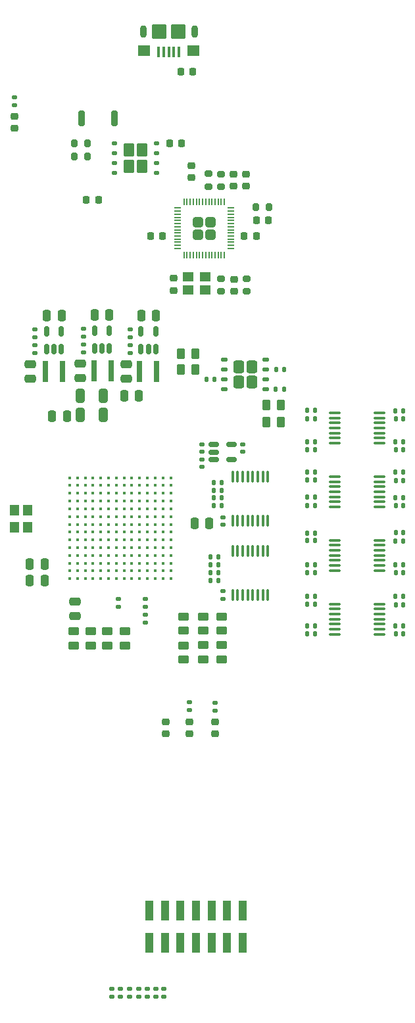
<source format=gbr>
%TF.GenerationSoftware,KiCad,Pcbnew,8.0.5-8.0.5-0~ubuntu22.04.1*%
%TF.CreationDate,2024-09-18T21:07:54+02:00*%
%TF.ProjectId,ohsim_launchpad,6f687369-6d5f-46c6-9175-6e6368706164,rev?*%
%TF.SameCoordinates,Original*%
%TF.FileFunction,Paste,Top*%
%TF.FilePolarity,Positive*%
%FSLAX46Y46*%
G04 Gerber Fmt 4.6, Leading zero omitted, Abs format (unit mm)*
G04 Created by KiCad (PCBNEW 8.0.5-8.0.5-0~ubuntu22.04.1) date 2024-09-18 21:07:54*
%MOMM*%
%LPD*%
G01*
G04 APERTURE LIST*
G04 Aperture macros list*
%AMRoundRect*
0 Rectangle with rounded corners*
0 $1 Rounding radius*
0 $2 $3 $4 $5 $6 $7 $8 $9 X,Y pos of 4 corners*
0 Add a 4 corners polygon primitive as box body*
4,1,4,$2,$3,$4,$5,$6,$7,$8,$9,$2,$3,0*
0 Add four circle primitives for the rounded corners*
1,1,$1+$1,$2,$3*
1,1,$1+$1,$4,$5*
1,1,$1+$1,$6,$7*
1,1,$1+$1,$8,$9*
0 Add four rect primitives between the rounded corners*
20,1,$1+$1,$2,$3,$4,$5,0*
20,1,$1+$1,$4,$5,$6,$7,0*
20,1,$1+$1,$6,$7,$8,$9,0*
20,1,$1+$1,$8,$9,$2,$3,0*%
G04 Aperture macros list end*
%ADD10RoundRect,0.135000X0.185000X-0.135000X0.185000X0.135000X-0.185000X0.135000X-0.185000X-0.135000X0*%
%ADD11RoundRect,0.218750X0.256250X-0.218750X0.256250X0.218750X-0.256250X0.218750X-0.256250X-0.218750X0*%
%ADD12RoundRect,0.150000X0.150000X-0.512500X0.150000X0.512500X-0.150000X0.512500X-0.150000X-0.512500X0*%
%ADD13RoundRect,0.135000X0.135000X0.185000X-0.135000X0.185000X-0.135000X-0.185000X0.135000X-0.185000X0*%
%ADD14RoundRect,0.135000X-0.185000X0.135000X-0.185000X-0.135000X0.185000X-0.135000X0.185000X0.135000X0*%
%ADD15RoundRect,0.250000X-0.475000X0.250000X-0.475000X-0.250000X0.475000X-0.250000X0.475000X0.250000X0*%
%ADD16RoundRect,0.135000X-0.135000X-0.185000X0.135000X-0.185000X0.135000X0.185000X-0.135000X0.185000X0*%
%ADD17RoundRect,0.250000X-0.325000X-0.650000X0.325000X-0.650000X0.325000X0.650000X-0.325000X0.650000X0*%
%ADD18RoundRect,0.225000X-0.225000X-0.250000X0.225000X-0.250000X0.225000X0.250000X-0.225000X0.250000X0*%
%ADD19RoundRect,0.100000X0.100000X-0.637500X0.100000X0.637500X-0.100000X0.637500X-0.100000X-0.637500X0*%
%ADD20RoundRect,0.140000X0.140000X0.170000X-0.140000X0.170000X-0.140000X-0.170000X0.140000X-0.170000X0*%
%ADD21RoundRect,0.200000X-0.275000X0.200000X-0.275000X-0.200000X0.275000X-0.200000X0.275000X0.200000X0*%
%ADD22RoundRect,0.200000X0.200000X0.275000X-0.200000X0.275000X-0.200000X-0.275000X0.200000X-0.275000X0*%
%ADD23RoundRect,0.100000X-0.637500X-0.100000X0.637500X-0.100000X0.637500X0.100000X-0.637500X0.100000X0*%
%ADD24R,1.400000X1.200000*%
%ADD25RoundRect,0.140000X-0.170000X0.140000X-0.170000X-0.140000X0.170000X-0.140000X0.170000X0.140000X0*%
%ADD26RoundRect,0.225000X-0.250000X0.225000X-0.250000X-0.225000X0.250000X-0.225000X0.250000X0.225000X0*%
%ADD27RoundRect,0.250000X-0.450000X0.262500X-0.450000X-0.262500X0.450000X-0.262500X0.450000X0.262500X0*%
%ADD28R,0.800000X2.700000*%
%ADD29RoundRect,0.140000X-0.140000X-0.170000X0.140000X-0.170000X0.140000X0.170000X-0.140000X0.170000X0*%
%ADD30RoundRect,0.200000X0.200000X0.800000X-0.200000X0.800000X-0.200000X-0.800000X0.200000X-0.800000X0*%
%ADD31RoundRect,0.250000X0.475000X-0.250000X0.475000X0.250000X-0.475000X0.250000X-0.475000X-0.250000X0*%
%ADD32RoundRect,0.225000X0.225000X0.250000X-0.225000X0.250000X-0.225000X-0.250000X0.225000X-0.250000X0*%
%ADD33C,0.400000*%
%ADD34R,1.000000X2.580000*%
%ADD35RoundRect,0.225000X0.250000X-0.225000X0.250000X0.225000X-0.250000X0.225000X-0.250000X-0.225000X0*%
%ADD36RoundRect,0.250000X-0.262500X-0.450000X0.262500X-0.450000X0.262500X0.450000X-0.262500X0.450000X0*%
%ADD37R,1.200000X1.400000*%
%ADD38RoundRect,0.250000X0.435000X0.555000X-0.435000X0.555000X-0.435000X-0.555000X0.435000X-0.555000X0*%
%ADD39RoundRect,0.125000X0.262500X0.125000X-0.262500X0.125000X-0.262500X-0.125000X0.262500X-0.125000X0*%
%ADD40RoundRect,0.250000X-0.250000X-0.475000X0.250000X-0.475000X0.250000X0.475000X-0.250000X0.475000X0*%
%ADD41RoundRect,0.150000X-0.512500X-0.150000X0.512500X-0.150000X0.512500X0.150000X-0.512500X0.150000X0*%
%ADD42RoundRect,0.250000X-0.435000X-0.615000X0.435000X-0.615000X0.435000X0.615000X-0.435000X0.615000X0*%
%ADD43RoundRect,0.125000X-0.250000X-0.125000X0.250000X-0.125000X0.250000X0.125000X-0.250000X0.125000X0*%
%ADD44RoundRect,0.250000X0.250000X0.475000X-0.250000X0.475000X-0.250000X-0.475000X0.250000X-0.475000X0*%
%ADD45RoundRect,0.200000X0.275000X-0.200000X0.275000X0.200000X-0.275000X0.200000X-0.275000X-0.200000X0*%
%ADD46RoundRect,0.100000X0.100000X0.575000X-0.100000X0.575000X-0.100000X-0.575000X0.100000X-0.575000X0*%
%ADD47O,0.900000X1.600000*%
%ADD48RoundRect,0.250000X0.550000X0.450000X-0.550000X0.450000X-0.550000X-0.450000X0.550000X-0.450000X0*%
%ADD49RoundRect,0.250000X0.700000X0.700000X-0.700000X0.700000X-0.700000X-0.700000X0.700000X-0.700000X0*%
%ADD50RoundRect,0.218750X0.218750X0.256250X-0.218750X0.256250X-0.218750X-0.256250X0.218750X-0.256250X0*%
%ADD51RoundRect,0.249999X-0.395001X-0.395001X0.395001X-0.395001X0.395001X0.395001X-0.395001X0.395001X0*%
%ADD52RoundRect,0.050000X-0.387500X-0.050000X0.387500X-0.050000X0.387500X0.050000X-0.387500X0.050000X0*%
%ADD53RoundRect,0.050000X-0.050000X-0.387500X0.050000X-0.387500X0.050000X0.387500X-0.050000X0.387500X0*%
G04 APERTURE END LIST*
D10*
%TO.C,R67*%
X204000000Y-149010000D03*
X204000000Y-147990000D03*
%TD*%
%TO.C,R66*%
X200700000Y-148910000D03*
X200700000Y-147890000D03*
%TD*%
D11*
%TO.C,D5*%
X204000000Y-151987500D03*
X204000000Y-150412500D03*
%TD*%
%TO.C,D4*%
X200700000Y-151987500D03*
X200700000Y-150412500D03*
%TD*%
D12*
%TO.C,U7*%
X182250000Y-102400000D03*
X183200000Y-102400000D03*
X184150000Y-102400000D03*
X184150000Y-100125000D03*
X182250000Y-100125000D03*
%TD*%
D13*
%TO.C,R42*%
X216820000Y-111390000D03*
X215800000Y-111390000D03*
%TD*%
D14*
%TO.C,R7*%
X178150000Y-70000000D03*
X178150000Y-71020000D03*
%TD*%
D15*
%TO.C,C16*%
X185950000Y-134950000D03*
X185950000Y-136850000D03*
%TD*%
D16*
%TO.C,R37*%
X227190000Y-118290000D03*
X228210000Y-118290000D03*
%TD*%
D13*
%TO.C,R59*%
X204800000Y-121600000D03*
X203780000Y-121600000D03*
%TD*%
D17*
%TO.C,C9*%
X186625000Y-108460000D03*
X189575000Y-108460000D03*
%TD*%
D16*
%TO.C,R50*%
X227190000Y-134280000D03*
X228210000Y-134280000D03*
%TD*%
D13*
%TO.C,R5*%
X212820000Y-105100000D03*
X211800000Y-105100000D03*
%TD*%
D18*
%TO.C,C51*%
X187400000Y-83200000D03*
X188950000Y-83200000D03*
%TD*%
D10*
%TO.C,R10*%
X193000000Y-102910000D03*
X193000000Y-101890000D03*
%TD*%
D19*
%TO.C,U13*%
X206214552Y-134125000D03*
X206864552Y-134125000D03*
X207514552Y-134125000D03*
X208164552Y-134125000D03*
X208814552Y-134125000D03*
X209464552Y-134125000D03*
X210114552Y-134125000D03*
X210764552Y-134125000D03*
X210764552Y-128400000D03*
X210114552Y-128400000D03*
X209464552Y-128400000D03*
X208814552Y-128400000D03*
X208164552Y-128400000D03*
X207514552Y-128400000D03*
X206864552Y-128400000D03*
X206214552Y-128400000D03*
%TD*%
D11*
%TO.C,D2*%
X178150000Y-74010000D03*
X178150000Y-72435000D03*
%TD*%
D20*
%TO.C,C57*%
X228180000Y-139110000D03*
X227220000Y-139110000D03*
%TD*%
D21*
%TO.C,R18*%
X208000000Y-93375000D03*
X208000000Y-95025000D03*
%TD*%
D22*
%TO.C,R15*%
X187525000Y-77600000D03*
X185875000Y-77600000D03*
%TD*%
D16*
%TO.C,R44*%
X227190000Y-130210000D03*
X228210000Y-130210000D03*
%TD*%
D23*
%TO.C,U14*%
X219402052Y-135250000D03*
X219402052Y-135900000D03*
X219402052Y-136550000D03*
X219402052Y-137200000D03*
X219402052Y-137850000D03*
X219402052Y-138500000D03*
X219402052Y-139150000D03*
X225127052Y-139150000D03*
X225127052Y-138500000D03*
X225127052Y-137850000D03*
X225127052Y-137200000D03*
X225127052Y-136550000D03*
X225127052Y-135900000D03*
X225127052Y-135250000D03*
%TD*%
D24*
%TO.C,Y1*%
X202700000Y-93100000D03*
X200500000Y-93100000D03*
X200500000Y-94800000D03*
X202700000Y-94800000D03*
%TD*%
D25*
%TO.C,C1*%
X204964552Y-133620000D03*
X204964552Y-134580000D03*
%TD*%
D26*
%TO.C,C50*%
X206300000Y-79925000D03*
X206300000Y-81475000D03*
%TD*%
D27*
%TO.C,R33*%
X202400000Y-140575000D03*
X202400000Y-142400000D03*
%TD*%
D28*
%TO.C,L3*%
X190550000Y-105210000D03*
X188350000Y-105210000D03*
%TD*%
D13*
%TO.C,R58*%
X204810000Y-119600000D03*
X203790000Y-119600000D03*
%TD*%
D14*
%TO.C,R3*%
X191550000Y-134640000D03*
X191550000Y-135660000D03*
%TD*%
D29*
%TO.C,C28*%
X215830000Y-114355000D03*
X216790000Y-114355000D03*
%TD*%
D27*
%TO.C,R34*%
X199900000Y-140587500D03*
X199900000Y-142412500D03*
%TD*%
D30*
%TO.C,SW1*%
X191000000Y-72700000D03*
X186800000Y-72700000D03*
%TD*%
D22*
%TO.C,R20*%
X210875000Y-84150000D03*
X209225000Y-84150000D03*
%TD*%
D31*
%TO.C,C6*%
X192500000Y-106250000D03*
X192500000Y-104350000D03*
%TD*%
D29*
%TO.C,C18*%
X215830000Y-121520000D03*
X216790000Y-121520000D03*
%TD*%
D32*
%TO.C,C53*%
X209275000Y-87900000D03*
X207725000Y-87900000D03*
%TD*%
D25*
%TO.C,C55*%
X204964552Y-124120000D03*
X204964552Y-125080000D03*
%TD*%
D33*
%TO.C,U1*%
X185250000Y-119000000D03*
X186250000Y-119000000D03*
X187250000Y-119000000D03*
X188250000Y-119000000D03*
X189250000Y-119000000D03*
X190250000Y-119000000D03*
X191250000Y-119000000D03*
X192250000Y-119000000D03*
X193250000Y-119000000D03*
X194250000Y-119000000D03*
X195250000Y-119000000D03*
X196250000Y-119000000D03*
X197250000Y-119000000D03*
X198250000Y-119000000D03*
X185250000Y-120000000D03*
X186250000Y-120000000D03*
X187250000Y-120000000D03*
X188250000Y-120000000D03*
X189250000Y-120000000D03*
X190250000Y-120000000D03*
X191250000Y-120000000D03*
X192250000Y-120000000D03*
X193250000Y-120000000D03*
X194250000Y-120000000D03*
X195250000Y-120000000D03*
X196250000Y-120000000D03*
X197250000Y-120000000D03*
X198250000Y-120000000D03*
X185250000Y-121000000D03*
X186250000Y-121000000D03*
X187250000Y-121000000D03*
X188250000Y-121000000D03*
X189250000Y-121000000D03*
X190250000Y-121000000D03*
X191250000Y-121000000D03*
X192250000Y-121000000D03*
X193250000Y-121000000D03*
X194250000Y-121000000D03*
X195250000Y-121000000D03*
X196250000Y-121000000D03*
X197250000Y-121000000D03*
X198250000Y-121000000D03*
X185250000Y-122000000D03*
X186250000Y-122000000D03*
X187250000Y-122000000D03*
X188250000Y-122000000D03*
X189250000Y-122000000D03*
X190250000Y-122000000D03*
X191250000Y-122000000D03*
X192250000Y-122000000D03*
X193250000Y-122000000D03*
X194250000Y-122000000D03*
X195250000Y-122000000D03*
X196250000Y-122000000D03*
X197250000Y-122000000D03*
X198250000Y-122000000D03*
X185250000Y-123000000D03*
X186250000Y-123000000D03*
X187250000Y-123000000D03*
X188250000Y-123000000D03*
X189250000Y-123000000D03*
X190250000Y-123000000D03*
X191250000Y-123000000D03*
X192250000Y-123000000D03*
X193250000Y-123000000D03*
X194250000Y-123000000D03*
X195250000Y-123000000D03*
X196250000Y-123000000D03*
X197250000Y-123000000D03*
X198250000Y-123000000D03*
X185250000Y-124000000D03*
X186250000Y-124000000D03*
X187250000Y-124000000D03*
X188250000Y-124000000D03*
X189250000Y-124000000D03*
X190250000Y-124000000D03*
X191250000Y-124000000D03*
X192250000Y-124000000D03*
X193250000Y-124000000D03*
X194250000Y-124000000D03*
X195250000Y-124000000D03*
X196250000Y-124000000D03*
X197250000Y-124000000D03*
X198250000Y-124000000D03*
X185250000Y-125000000D03*
X186250000Y-125000000D03*
X187250000Y-125000000D03*
X188250000Y-125000000D03*
X189250000Y-125000000D03*
X190250000Y-125000000D03*
X191250000Y-125000000D03*
X192250000Y-125000000D03*
X193250000Y-125000000D03*
X194250000Y-125000000D03*
X195250000Y-125000000D03*
X196250000Y-125000000D03*
X197250000Y-125000000D03*
X198250000Y-125000000D03*
X185250000Y-126000000D03*
X186250000Y-126000000D03*
X187250000Y-126000000D03*
X188250000Y-126000000D03*
X189250000Y-126000000D03*
X190250000Y-126000000D03*
X191250000Y-126000000D03*
X192250000Y-126000000D03*
X193250000Y-126000000D03*
X194250000Y-126000000D03*
X195250000Y-126000000D03*
X196250000Y-126000000D03*
X197250000Y-126000000D03*
X198250000Y-126000000D03*
X185250000Y-127000000D03*
X186250000Y-127000000D03*
X187250000Y-127000000D03*
X188250000Y-127000000D03*
X189250000Y-127000000D03*
X190250000Y-127000000D03*
X191250000Y-127000000D03*
X192250000Y-127000000D03*
X193250000Y-127000000D03*
X194250000Y-127000000D03*
X195250000Y-127000000D03*
X196250000Y-127000000D03*
X197250000Y-127000000D03*
X198250000Y-127000000D03*
X185250000Y-128000000D03*
X186250000Y-128000000D03*
X187250000Y-128000000D03*
X188250000Y-128000000D03*
X189250000Y-128000000D03*
X190250000Y-128000000D03*
X191250000Y-128000000D03*
X192250000Y-128000000D03*
X193250000Y-128000000D03*
X194250000Y-128000000D03*
X195250000Y-128000000D03*
X196250000Y-128000000D03*
X197250000Y-128000000D03*
X198250000Y-128000000D03*
X185250000Y-129000000D03*
X186250000Y-129000000D03*
X187250000Y-129000000D03*
X188250000Y-129000000D03*
X189250000Y-129000000D03*
X190250000Y-129000000D03*
X191250000Y-129000000D03*
X192250000Y-129000000D03*
X193250000Y-129000000D03*
X194250000Y-129000000D03*
X195250000Y-129000000D03*
X196250000Y-129000000D03*
X197250000Y-129000000D03*
X198250000Y-129000000D03*
X185250000Y-130000000D03*
X186250000Y-130000000D03*
X187250000Y-130000000D03*
X188250000Y-130000000D03*
X189250000Y-130000000D03*
X190250000Y-130000000D03*
X191250000Y-130000000D03*
X192250000Y-130000000D03*
X193250000Y-130000000D03*
X194250000Y-130000000D03*
X195250000Y-130000000D03*
X196250000Y-130000000D03*
X197250000Y-130000000D03*
X198250000Y-130000000D03*
X185250000Y-131000000D03*
X186250000Y-131000000D03*
X187250000Y-131000000D03*
X188250000Y-131000000D03*
X189250000Y-131000000D03*
X190250000Y-131000000D03*
X191250000Y-131000000D03*
X192250000Y-131000000D03*
X193250000Y-131000000D03*
X194250000Y-131000000D03*
X195250000Y-131000000D03*
X196250000Y-131000000D03*
X197250000Y-131000000D03*
X198250000Y-131000000D03*
X185250000Y-132000000D03*
X186250000Y-132000000D03*
X187250000Y-132000000D03*
X188250000Y-132000000D03*
X189250000Y-132000000D03*
X190250000Y-132000000D03*
X191250000Y-132000000D03*
X192250000Y-132000000D03*
X193250000Y-132000000D03*
X194250000Y-132000000D03*
X195250000Y-132000000D03*
X196250000Y-132000000D03*
X197250000Y-132000000D03*
X198250000Y-132000000D03*
%TD*%
D26*
%TO.C,C49*%
X200900000Y-78825000D03*
X200900000Y-80375000D03*
%TD*%
D13*
%TO.C,R60*%
X204810000Y-122600000D03*
X203790000Y-122600000D03*
%TD*%
D27*
%TO.C,R24*%
X192400000Y-138787500D03*
X192400000Y-140612500D03*
%TD*%
D34*
%TO.C,J6*%
X195500000Y-178885000D03*
X195500000Y-174715000D03*
X197500000Y-178885000D03*
X197500000Y-174715000D03*
X199500000Y-178885000D03*
X199500000Y-174715000D03*
X201500000Y-178885000D03*
X201500000Y-174715000D03*
X203500000Y-178885000D03*
X203500000Y-174715000D03*
X205500000Y-178885000D03*
X205500000Y-174715000D03*
X207500000Y-178885000D03*
X207500000Y-174715000D03*
%TD*%
D19*
%TO.C,U5*%
X206214552Y-124562500D03*
X206864552Y-124562500D03*
X207514552Y-124562500D03*
X208164552Y-124562500D03*
X208814552Y-124562500D03*
X209464552Y-124562500D03*
X210114552Y-124562500D03*
X210764552Y-124562500D03*
X210764552Y-118837500D03*
X210114552Y-118837500D03*
X209464552Y-118837500D03*
X208814552Y-118837500D03*
X208164552Y-118837500D03*
X207514552Y-118837500D03*
X206864552Y-118837500D03*
X206214552Y-118837500D03*
%TD*%
D25*
%TO.C,C61*%
X202300000Y-114720000D03*
X202300000Y-115680000D03*
%TD*%
D35*
%TO.C,C46*%
X198600000Y-94875000D03*
X198600000Y-93325000D03*
%TD*%
D16*
%TO.C,R43*%
X227190000Y-127170000D03*
X228210000Y-127170000D03*
%TD*%
D13*
%TO.C,R41*%
X216820000Y-115425000D03*
X215800000Y-115425000D03*
%TD*%
D10*
%TO.C,R9*%
X180800000Y-100910000D03*
X180800000Y-99890000D03*
%TD*%
D27*
%TO.C,R30*%
X202400000Y-136875000D03*
X202400000Y-138700000D03*
%TD*%
D14*
%TO.C,R1*%
X194950000Y-136640000D03*
X194950000Y-137660000D03*
%TD*%
D22*
%TO.C,R14*%
X187525000Y-75900000D03*
X185875000Y-75900000D03*
%TD*%
D13*
%TO.C,R6*%
X212810000Y-107600000D03*
X211790000Y-107600000D03*
%TD*%
D27*
%TO.C,R31*%
X199900000Y-136875000D03*
X199900000Y-138700000D03*
%TD*%
D14*
%TO.C,R55*%
X195200000Y-184780000D03*
X195200000Y-185800000D03*
%TD*%
D25*
%TO.C,C60*%
X207500000Y-114720000D03*
X207500000Y-115680000D03*
%TD*%
D14*
%TO.C,R57*%
X197400000Y-184780000D03*
X197400000Y-185800000D03*
%TD*%
D18*
%TO.C,C52*%
X195625000Y-87900000D03*
X197175000Y-87900000D03*
%TD*%
D36*
%TO.C,R22*%
X199575000Y-105100000D03*
X201400000Y-105100000D03*
%TD*%
D10*
%TO.C,R12*%
X187050000Y-102820000D03*
X187050000Y-101800000D03*
%TD*%
D37*
%TO.C,X1*%
X178150000Y-123150000D03*
X178150000Y-125350000D03*
X179850000Y-125350000D03*
X179850000Y-123150000D03*
%TD*%
D29*
%TO.C,C33*%
X215830000Y-130200000D03*
X216790000Y-130200000D03*
%TD*%
D38*
%TO.C,U2*%
X208700000Y-106700000D03*
X208700000Y-104700000D03*
X207000000Y-106700000D03*
X207000000Y-104700000D03*
D39*
X210512500Y-107605000D03*
X210512500Y-106335000D03*
X210512500Y-105065000D03*
X210512500Y-103795000D03*
X205187500Y-103795000D03*
X205187500Y-105065000D03*
X205187500Y-106335000D03*
X205187500Y-107605000D03*
%TD*%
D16*
%TO.C,R40*%
X227190000Y-110360000D03*
X228210000Y-110360000D03*
%TD*%
D14*
%TO.C,R52*%
X191800000Y-184790000D03*
X191800000Y-185810000D03*
%TD*%
%TO.C,R54*%
X194100000Y-184780000D03*
X194100000Y-185800000D03*
%TD*%
D40*
%TO.C,C12*%
X201300000Y-124850000D03*
X203200000Y-124850000D03*
%TD*%
D20*
%TO.C,C58*%
X228180000Y-135330000D03*
X227220000Y-135330000D03*
%TD*%
D27*
%TO.C,R26*%
X187940000Y-138787500D03*
X187940000Y-140612500D03*
%TD*%
D41*
%TO.C,U16*%
X203762500Y-114750000D03*
X203762500Y-115700000D03*
X203762500Y-116650000D03*
X206037500Y-116650000D03*
X206037500Y-114750000D03*
%TD*%
D21*
%TO.C,R16*%
X203100000Y-79850000D03*
X203100000Y-81500000D03*
%TD*%
D28*
%TO.C,L1*%
X184300000Y-105300000D03*
X182100000Y-105300000D03*
%TD*%
D14*
%TO.C,R56*%
X196300000Y-184780000D03*
X196300000Y-185800000D03*
%TD*%
D23*
%TO.C,U12*%
X219402052Y-127050000D03*
X219402052Y-127700000D03*
X219402052Y-128350000D03*
X219402052Y-129000000D03*
X219402052Y-129650000D03*
X219402052Y-130300000D03*
X219402052Y-130950000D03*
X225127052Y-130950000D03*
X225127052Y-130300000D03*
X225127052Y-129650000D03*
X225127052Y-129000000D03*
X225127052Y-128350000D03*
X225127052Y-127700000D03*
X225127052Y-127050000D03*
%TD*%
D29*
%TO.C,C29*%
X215830000Y-110340000D03*
X216790000Y-110340000D03*
%TD*%
D42*
%TO.C,U10*%
X192900000Y-76750000D03*
X192900000Y-78900000D03*
X194600000Y-76750000D03*
X194600000Y-78900000D03*
D43*
X191050000Y-75920000D03*
X191050000Y-77190000D03*
X191050000Y-78460000D03*
X191050000Y-79730000D03*
X196450000Y-79730000D03*
X196450000Y-78460000D03*
X196450000Y-77190000D03*
X196450000Y-75920000D03*
%TD*%
D26*
%TO.C,C54*%
X207900000Y-79925000D03*
X207900000Y-81475000D03*
%TD*%
D44*
%TO.C,C2*%
X184200000Y-98100000D03*
X182300000Y-98100000D03*
%TD*%
D20*
%TO.C,C25*%
X228180000Y-115400000D03*
X227220000Y-115400000D03*
%TD*%
D44*
%TO.C,C26*%
X184900000Y-111100000D03*
X183000000Y-111100000D03*
%TD*%
D18*
%TO.C,C48*%
X198125000Y-75900000D03*
X199675000Y-75900000D03*
%TD*%
D12*
%TO.C,U9*%
X188450000Y-102310000D03*
X189400000Y-102310000D03*
X190350000Y-102310000D03*
X190350000Y-100035000D03*
X188450000Y-100035000D03*
%TD*%
D44*
%TO.C,C10*%
X182000000Y-130100000D03*
X180100000Y-130100000D03*
%TD*%
D16*
%TO.C,R38*%
X227190000Y-121565000D03*
X228210000Y-121565000D03*
%TD*%
D14*
%TO.C,R51*%
X190700000Y-184790000D03*
X190700000Y-185810000D03*
%TD*%
D13*
%TO.C,R47*%
X216820000Y-135300000D03*
X215800000Y-135300000D03*
%TD*%
D23*
%TO.C,U6*%
X219402052Y-118850000D03*
X219402052Y-119500000D03*
X219402052Y-120150000D03*
X219402052Y-120800000D03*
X219402052Y-121450000D03*
X219402052Y-122100000D03*
X219402052Y-122750000D03*
X225127052Y-122750000D03*
X225127052Y-122100000D03*
X225127052Y-121450000D03*
X225127052Y-120800000D03*
X225127052Y-120150000D03*
X225127052Y-119500000D03*
X225127052Y-118850000D03*
%TD*%
D29*
%TO.C,C40*%
X215830000Y-134290000D03*
X216790000Y-134290000D03*
%TD*%
D40*
%TO.C,C14*%
X192250000Y-108450000D03*
X194150000Y-108450000D03*
%TD*%
D45*
%TO.C,R19*%
X204750000Y-95025000D03*
X204750000Y-93375000D03*
%TD*%
D13*
%TO.C,R61*%
X204810000Y-120600000D03*
X203790000Y-120600000D03*
%TD*%
D20*
%TO.C,C32*%
X228180000Y-131210000D03*
X227220000Y-131210000D03*
%TD*%
D10*
%TO.C,R8*%
X180800000Y-102910000D03*
X180800000Y-101890000D03*
%TD*%
D44*
%TO.C,C3*%
X196350000Y-98100000D03*
X194450000Y-98100000D03*
%TD*%
D36*
%TO.C,R28*%
X210587500Y-111800000D03*
X212412500Y-111800000D03*
%TD*%
D14*
%TO.C,R53*%
X192950000Y-184790000D03*
X192950000Y-185810000D03*
%TD*%
D36*
%TO.C,R27*%
X199575000Y-103000000D03*
X201400000Y-103000000D03*
%TD*%
D13*
%TO.C,R62*%
X204410000Y-129200000D03*
X203390000Y-129200000D03*
%TD*%
D27*
%TO.C,R25*%
X185800000Y-138787500D03*
X185800000Y-140612500D03*
%TD*%
D44*
%TO.C,C4*%
X190350000Y-98010000D03*
X188450000Y-98010000D03*
%TD*%
D12*
%TO.C,U8*%
X194425000Y-102400000D03*
X195375000Y-102400000D03*
X196325000Y-102400000D03*
X196325000Y-100125000D03*
X194425000Y-100125000D03*
%TD*%
D46*
%TO.C,J1*%
X199300000Y-64200000D03*
X198650000Y-64200000D03*
X198000000Y-64200000D03*
X197350000Y-64200000D03*
X196700000Y-64200000D03*
D47*
X201300000Y-61525000D03*
D48*
X201200000Y-63975000D03*
D49*
X199200000Y-61525000D03*
X196800000Y-61525000D03*
D48*
X194800000Y-63975000D03*
D47*
X194700000Y-61525000D03*
%TD*%
D13*
%TO.C,R64*%
X204410000Y-132200000D03*
X203390000Y-132200000D03*
%TD*%
D20*
%TO.C,C23*%
X228180000Y-119340000D03*
X227220000Y-119340000D03*
%TD*%
%TO.C,C30*%
X228180000Y-126050000D03*
X227220000Y-126050000D03*
%TD*%
D13*
%TO.C,R63*%
X204420000Y-131200000D03*
X203400000Y-131200000D03*
%TD*%
D27*
%TO.C,R23*%
X190100000Y-138787500D03*
X190100000Y-140612500D03*
%TD*%
D13*
%TO.C,R48*%
X216820000Y-139095000D03*
X215800000Y-139095000D03*
%TD*%
D32*
%TO.C,C45*%
X201075000Y-66700000D03*
X199525000Y-66700000D03*
%TD*%
D10*
%TO.C,R13*%
X187050000Y-100820000D03*
X187050000Y-99800000D03*
%TD*%
D13*
%TO.C,R45*%
X216820000Y-131200000D03*
X215800000Y-131200000D03*
%TD*%
D10*
%TO.C,R2*%
X194950000Y-135660000D03*
X194950000Y-134640000D03*
%TD*%
D26*
%TO.C,C47*%
X206400000Y-93425000D03*
X206400000Y-94975000D03*
%TD*%
D16*
%TO.C,R4*%
X202890000Y-106300000D03*
X203910000Y-106300000D03*
%TD*%
D44*
%TO.C,C20*%
X182000000Y-132200000D03*
X180100000Y-132200000D03*
%TD*%
D27*
%TO.C,R29*%
X204800000Y-136862500D03*
X204800000Y-138687500D03*
%TD*%
D17*
%TO.C,C15*%
X186625000Y-110910000D03*
X189575000Y-110910000D03*
%TD*%
D13*
%TO.C,R36*%
X216820000Y-122590000D03*
X215800000Y-122590000D03*
%TD*%
D21*
%TO.C,R17*%
X204700000Y-79875000D03*
X204700000Y-81525000D03*
%TD*%
D29*
%TO.C,C37*%
X215830000Y-126100000D03*
X216790000Y-126100000D03*
%TD*%
D10*
%TO.C,R11*%
X193000000Y-100910000D03*
X193000000Y-99890000D03*
%TD*%
D16*
%TO.C,R49*%
X227190000Y-138110000D03*
X228210000Y-138110000D03*
%TD*%
D27*
%TO.C,R32*%
X204800000Y-140575000D03*
X204800000Y-142400000D03*
%TD*%
D31*
%TO.C,C7*%
X186600000Y-106160000D03*
X186600000Y-104260000D03*
%TD*%
D25*
%TO.C,C59*%
X202300000Y-116620000D03*
X202300000Y-117580000D03*
%TD*%
D23*
%TO.C,U4*%
X219402052Y-110650000D03*
X219402052Y-111300000D03*
X219402052Y-111950000D03*
X219402052Y-112600000D03*
X219402052Y-113250000D03*
X219402052Y-113900000D03*
X219402052Y-114550000D03*
X225127052Y-114550000D03*
X225127052Y-113900000D03*
X225127052Y-113250000D03*
X225127052Y-112600000D03*
X225127052Y-111950000D03*
X225127052Y-111300000D03*
X225127052Y-110650000D03*
%TD*%
D20*
%TO.C,C24*%
X228180000Y-122565000D03*
X227220000Y-122565000D03*
%TD*%
D50*
%TO.C,D3*%
X210837500Y-85850000D03*
X209262500Y-85850000D03*
%TD*%
D11*
%TO.C,D1*%
X197600000Y-150412500D03*
X197600000Y-151987500D03*
%TD*%
D51*
%TO.C,U11*%
X201760000Y-86070000D03*
X201760000Y-87670000D03*
X203360000Y-86070000D03*
X203360000Y-87670000D03*
D52*
X199122500Y-84270000D03*
X199122500Y-84670000D03*
X199122500Y-85070000D03*
X199122500Y-85470000D03*
X199122500Y-85870000D03*
X199122500Y-86270000D03*
X199122500Y-86670000D03*
X199122500Y-87070000D03*
X199122500Y-87470000D03*
X199122500Y-87870000D03*
X199122500Y-88270000D03*
X199122500Y-88670000D03*
X199122500Y-89070000D03*
X199122500Y-89470000D03*
D53*
X199960000Y-90307500D03*
X200360000Y-90307500D03*
X200760000Y-90307500D03*
X201160000Y-90307500D03*
X201560000Y-90307500D03*
X201960000Y-90307500D03*
X202360000Y-90307500D03*
X202760000Y-90307500D03*
X203160000Y-90307500D03*
X203560000Y-90307500D03*
X203960000Y-90307500D03*
X204360000Y-90307500D03*
X204760000Y-90307500D03*
X205160000Y-90307500D03*
D52*
X205997500Y-89470000D03*
X205997500Y-89070000D03*
X205997500Y-88670000D03*
X205997500Y-88270000D03*
X205997500Y-87870000D03*
X205997500Y-87470000D03*
X205997500Y-87070000D03*
X205997500Y-86670000D03*
X205997500Y-86270000D03*
X205997500Y-85870000D03*
X205997500Y-85470000D03*
X205997500Y-85070000D03*
X205997500Y-84670000D03*
X205997500Y-84270000D03*
D53*
X205160000Y-83432500D03*
X204760000Y-83432500D03*
X204360000Y-83432500D03*
X203960000Y-83432500D03*
X203560000Y-83432500D03*
X203160000Y-83432500D03*
X202760000Y-83432500D03*
X202360000Y-83432500D03*
X201960000Y-83432500D03*
X201560000Y-83432500D03*
X201160000Y-83432500D03*
X200760000Y-83432500D03*
X200360000Y-83432500D03*
X199960000Y-83432500D03*
%TD*%
D20*
%TO.C,C27*%
X228180000Y-111390000D03*
X227220000Y-111390000D03*
%TD*%
D31*
%TO.C,C5*%
X180200000Y-106250000D03*
X180200000Y-104350000D03*
%TD*%
D13*
%TO.C,R65*%
X204410000Y-130200000D03*
X203390000Y-130200000D03*
%TD*%
D36*
%TO.C,R21*%
X210587500Y-109650000D03*
X212412500Y-109650000D03*
%TD*%
D29*
%TO.C,C56*%
X215830000Y-138105000D03*
X216790000Y-138105000D03*
%TD*%
D13*
%TO.C,R46*%
X216820000Y-127100000D03*
X215800000Y-127100000D03*
%TD*%
D16*
%TO.C,R39*%
X227190000Y-114400000D03*
X228210000Y-114400000D03*
%TD*%
D28*
%TO.C,L2*%
X196400000Y-105300000D03*
X194200000Y-105300000D03*
%TD*%
D29*
%TO.C,C8*%
X215830000Y-119310000D03*
X216790000Y-119310000D03*
%TD*%
D13*
%TO.C,R35*%
X216820000Y-118300000D03*
X215800000Y-118300000D03*
%TD*%
M02*

</source>
